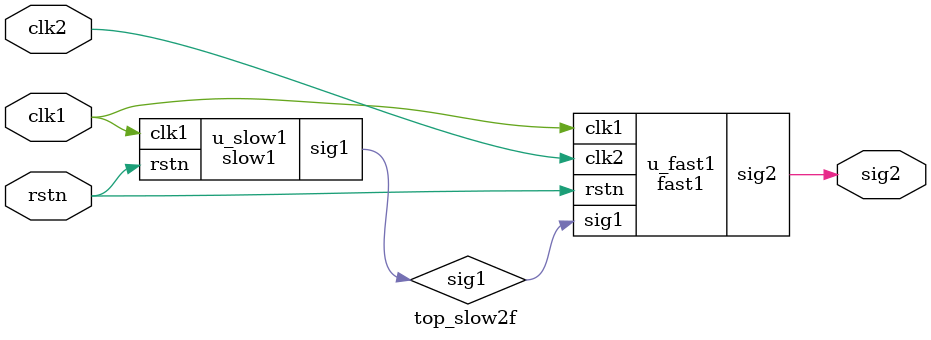
<source format=v>
module slow1(
    input       clk1,
    input       rstn ,
    output      sig1);

   reg [3:0]    cnt ;
   always @(posedge clk1 or negedge rstn) begin
      if (!rstn) begin
         cnt <= 'b0 ;
      end
      else begin
         cnt <= cnt + 1'b1 ;
      end
   end

   reg          sig1_r ;
   always @(posedge clk1 or negedge rstn) begin
     if (!rstn) begin
        sig1_r  <= 1'b0 ;
     end
     else if (cnt == 9) begin
        sig1_r  <= 1'b1 ;
     end
     else begin
        sig1_r  <= 1'b0 ;
     end
   end
   assign sig1 = sig1_r;

endmodule


module fast1(
    input       clk1,
    input       sig1,

    input       rstn,
    input       clk2,
    output      sig2);

   reg [1:0]    sig2_r ;
   reg pos;
   reg data;
   always @(posedge clk2 or negedge rstn) begin
     if (!rstn) sig2_r  <= 2'b0 ;
     else  begin
         sig2_r  <= {sig2_r[0], sig1} ;
         // data <= sig1;
         // pos <= sig1 && ~data;   //自己写的检测sig1的上升沿
     end     
   end
   assign sig2 = sig2_r[0] && !sig2_r[1]; //检测sig2_r[0]的上升沿，00->01

endmodule

module top_slow2f(
    input       rstn,
    input       clk1,
    input       clk2,
    output      sig2);

   wire         sig1 ;
   slow1 u_slow1(
       .rstn    (rstn),
       .clk1    (clk1),
       .sig1    (sig1));

   fast1 u_fast1(
       .rstn    (rstn),
       .clk1    (clk1),
       .sig1    (sig1),
       .clk2    (clk2),
       .sig2    (sig2));

endmodule

</source>
